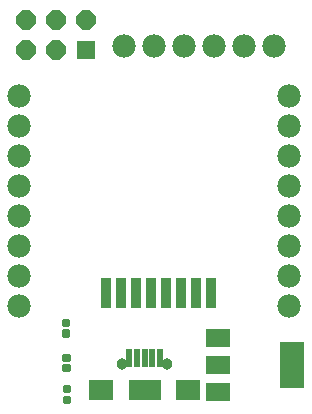
<source format=gts>
G75*
G70*
%OFA0B0*%
%FSLAX24Y24*%
%IPPOS*%
%LPD*%
%AMOC8*
5,1,8,0,0,1.08239X$1,22.5*
%
%ADD10C,0.0380*%
%ADD11R,0.0640X0.0640*%
%ADD12OC8,0.0640*%
%ADD13C,0.0145*%
%ADD14C,0.0780*%
%ADD15R,0.0340X0.1040*%
%ADD16R,0.0830X0.0630*%
%ADD17R,0.0830X0.1540*%
%ADD18R,0.0197X0.0611*%
%ADD19C,0.0375*%
%ADD20R,0.0787X0.0669*%
%ADD21R,0.1063X0.0669*%
D10*
X004355Y003003D03*
X005850Y002999D03*
D11*
X003141Y013452D03*
D12*
X003141Y014452D03*
X002141Y014452D03*
X002141Y013452D03*
X001141Y013452D03*
X001141Y014452D03*
D13*
X002430Y001730D02*
X002576Y001730D01*
X002430Y001730D02*
X002430Y001876D01*
X002576Y001876D01*
X002576Y001730D01*
X002576Y001874D02*
X002430Y001874D01*
X002430Y002080D02*
X002576Y002080D01*
X002430Y002080D02*
X002430Y002226D01*
X002576Y002226D01*
X002576Y002080D01*
X002576Y002224D02*
X002430Y002224D01*
X002420Y002781D02*
X002420Y002927D01*
X002566Y002927D01*
X002566Y002781D01*
X002420Y002781D01*
X002420Y002925D02*
X002566Y002925D01*
X002420Y003131D02*
X002420Y003277D01*
X002566Y003277D01*
X002566Y003131D01*
X002420Y003131D01*
X002420Y003275D02*
X002566Y003275D01*
X002414Y003943D02*
X002414Y004089D01*
X002560Y004089D01*
X002560Y003943D01*
X002414Y003943D01*
X002414Y004087D02*
X002560Y004087D01*
X002414Y004293D02*
X002414Y004439D01*
X002560Y004439D01*
X002560Y004293D01*
X002414Y004293D01*
X002414Y004437D02*
X002560Y004437D01*
D14*
X000915Y004914D03*
X000915Y005914D03*
X000915Y006914D03*
X000915Y007914D03*
X000915Y008914D03*
X000915Y009914D03*
X000915Y010914D03*
X000915Y011914D03*
X004416Y013589D03*
X005416Y013589D03*
X006416Y013589D03*
X007416Y013589D03*
X008416Y013589D03*
X009416Y013589D03*
X009917Y011914D03*
X009917Y010914D03*
X009917Y009914D03*
X009917Y008914D03*
X009917Y007914D03*
X009917Y006914D03*
X009917Y005914D03*
X009917Y004914D03*
D15*
X007309Y005372D03*
X006809Y005372D03*
X006309Y005372D03*
X005809Y005372D03*
X005309Y005372D03*
X004809Y005372D03*
X004309Y005372D03*
X003809Y005372D03*
D16*
X007539Y003868D03*
X007539Y002968D03*
X007539Y002068D03*
D17*
X010019Y002978D03*
D18*
X005614Y003207D03*
X005358Y003207D03*
X005102Y003207D03*
X004846Y003207D03*
X004590Y003207D03*
D19*
X004354Y003001D03*
X005850Y003001D03*
D20*
X006553Y002135D03*
X003652Y002135D03*
D21*
X005102Y002135D03*
M02*

</source>
